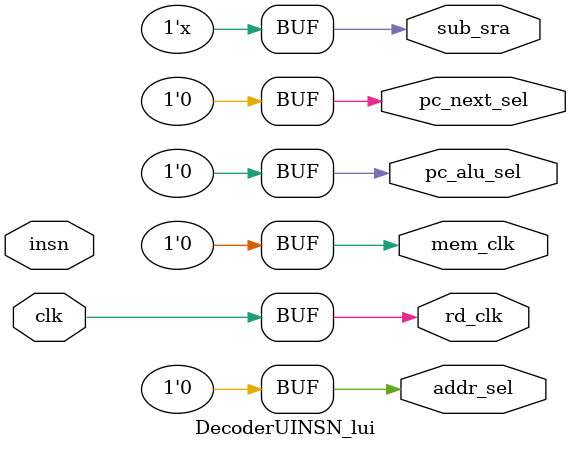
<source format=v>
/* 
Módulo para decodificação de instruções do tipo U lui de acordo com
o ISA do risc-v. O módulo recebe a instrução e o sinal de clock
do processador, e retorna todas as saídas relevantes e não relevantes
para serem enviadas ao circuito
*/
module DecoderUINSN_lui (
  input wire [31:0] insn , // instrução de 32 bits
  input wire clk, // sinal de Clock
  output wire addr_sel, pc_next_sel, pc_alu_sel, sub_sra,
  // controle de adição/subtração, controle de escolha de endereço, program counter, e entrada da ALU do program counter
  output wire rd_clk, mem_clk // Saídas de clock dos registradores e da memória
);

  assign sub_sra = 1'bx; // não importa pois não é realizada operação aritmética
  assign addr_sel = 0; // O endereço da memória continua sendo o program counter

  assign pc_next_sel = 0; // O PC continua recebendo o seu valor incrementado em 4
  assign pc_alu_sel = 0; // A ALU do PC contínua recebendo 4

  assign mem_clk = 0; // É setado para 0, para evitar problemas com gravação de memória.
  assign rd_clk = clk; // O rd_clk é igual ao clk do processador, que ao subir grava o valor.

endmodule
</source>
